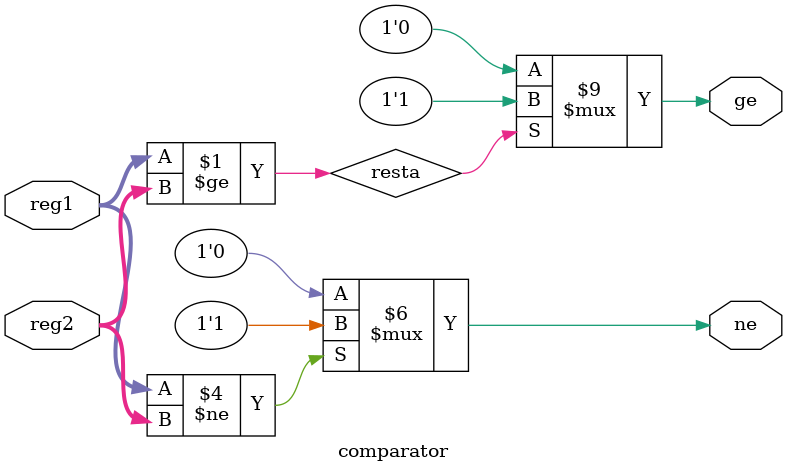
<source format=v>
`timescale 1ns / 1ps


module comparator( // comparador para UC
    input signed [31:0] reg1, // operando de entrada 1
    input signed [31:0] reg2, // operando de entrada 2
    output reg ne, // salida negative
    output reg ge // salida greater equal
    );

    wire resta; // cable interno
    assign resta = (reg1 >= reg2); // resta de operandos 

    always @(*) // asigna bandera ge según resta
        if (resta) 
            ge <= 1'b1; 
        else
            ge <= 1'b0;

    always @(*) // asigna bandera ne según resta
        if (reg1 != reg2)
            ne <= 1'b1;
        else
            ne <= 1'b0;

endmodule
</source>
